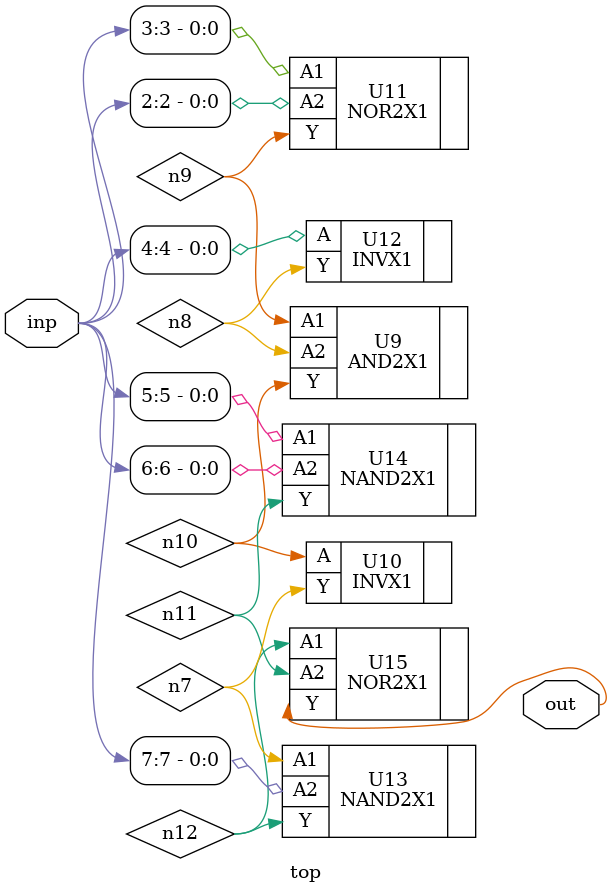
<source format=sv>


module top ( inp, out );
  input [7:0] inp;
  output out;
  wire   n7, n8, n9, n10, n11, n12;

  AND2X1 U9 ( .A1(n9), .A2(n8), .Y(n10) );
  INVX1 U10 ( .A(n10), .Y(n7) );
  NOR2X1 U11 ( .A1(inp[3]), .A2(inp[2]), .Y(n9) );
  INVX1 U12 ( .A(inp[4]), .Y(n8) );
  NAND2X1 U13 ( .A1(n7), .A2(inp[7]), .Y(n12) );
  NAND2X1 U14 ( .A1(inp[5]), .A2(inp[6]), .Y(n11) );
  NOR2X1 U15 ( .A1(n12), .A2(n11), .Y(out) );
endmodule


</source>
